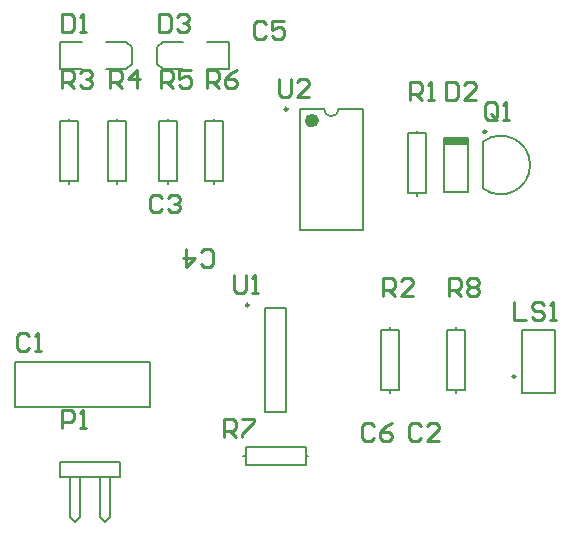
<source format=gto>
%FSLAX25Y25*%
%MOIN*%
G70*
G01*
G75*
%ADD10C,0.02500*%
%ADD11R,0.05906X0.05906*%
%ADD12O,0.08661X0.02362*%
%ADD13R,0.02362X0.01969*%
%ADD14C,0.01000*%
%ADD15C,0.05512*%
%ADD16C,0.04724*%
%ADD17O,0.07874X0.03937*%
%ADD18O,0.07874X0.03937*%
%ADD19R,0.05906X0.05906*%
%ADD20C,0.05906*%
%ADD21C,0.05000*%
%ADD22C,0.00787*%
%ADD23C,0.00984*%
%ADD24C,0.02362*%
%ADD25R,0.07874X0.03150*%
D14*
X244799Y119098D02*
X243799Y120098D01*
X241800D01*
X240800Y119098D01*
Y115100D01*
X241800Y114100D01*
X243799D01*
X244799Y115100D01*
X250797Y114100D02*
X246798D01*
X250797Y118099D01*
Y119098D01*
X249797Y120098D01*
X247798D01*
X246798Y119098D01*
X114099Y148898D02*
X113099Y149898D01*
X111100D01*
X110100Y148898D01*
Y144900D01*
X111100Y143900D01*
X113099D01*
X114099Y144900D01*
X116098Y143900D02*
X118097D01*
X117098D01*
Y149898D01*
X116098Y148898D01*
X193299Y253098D02*
X192299Y254098D01*
X190300D01*
X189300Y253098D01*
Y249100D01*
X190300Y248100D01*
X192299D01*
X193299Y249100D01*
X199297Y254098D02*
X195298D01*
Y251099D01*
X197297Y252099D01*
X198297D01*
X199297Y251099D01*
Y249100D01*
X198297Y248100D01*
X196298D01*
X195298Y249100D01*
X229299Y119098D02*
X228299Y120098D01*
X226300D01*
X225300Y119098D01*
Y115100D01*
X226300Y114100D01*
X228299D01*
X229299Y115100D01*
X235297Y120098D02*
X233297Y119098D01*
X231298Y117099D01*
Y115100D01*
X232298Y114100D01*
X234297D01*
X235297Y115100D01*
Y116099D01*
X234297Y117099D01*
X231298D01*
X158499Y195179D02*
X157499Y196179D01*
X155500D01*
X154500Y195179D01*
Y191181D01*
X155500Y190181D01*
X157499D01*
X158499Y191181D01*
X160498Y195179D02*
X161498Y196179D01*
X163497D01*
X164497Y195179D01*
Y194180D01*
X163497Y193180D01*
X162497D01*
X163497D01*
X164497Y192181D01*
Y191181D01*
X163497Y190181D01*
X161498D01*
X160498Y191181D01*
X171496Y173002D02*
X172496Y172002D01*
X174495D01*
X175495Y173002D01*
Y177000D01*
X174495Y178000D01*
X172496D01*
X171496Y177000D01*
X166498Y178000D02*
Y172002D01*
X169497Y175001D01*
X165498D01*
X253200Y233698D02*
Y227700D01*
X256199D01*
X257199Y228700D01*
Y232698D01*
X256199Y233698D01*
X253200D01*
X263197Y227700D02*
X259198D01*
X263197Y231699D01*
Y232698D01*
X262197Y233698D01*
X260198D01*
X259198Y232698D01*
X125117Y256398D02*
Y250400D01*
X128116D01*
X129116Y251400D01*
Y255398D01*
X128116Y256398D01*
X125117D01*
X131115Y250400D02*
X133115D01*
X132115D01*
Y256398D01*
X131115Y255398D01*
X157500Y256398D02*
Y250400D01*
X160499D01*
X161499Y251400D01*
Y255398D01*
X160499Y256398D01*
X157500D01*
X163498Y255398D02*
X164498Y256398D01*
X166497D01*
X167497Y255398D01*
Y254399D01*
X166497Y253399D01*
X165497D01*
X166497D01*
X167497Y252399D01*
Y251400D01*
X166497Y250400D01*
X164498D01*
X163498Y251400D01*
X275900Y160398D02*
Y154400D01*
X279899D01*
X285897Y159398D02*
X284897Y160398D01*
X282898D01*
X281898Y159398D01*
Y158399D01*
X282898Y157399D01*
X284897D01*
X285897Y156399D01*
Y155400D01*
X284897Y154400D01*
X282898D01*
X281898Y155400D01*
X287896Y154400D02*
X289896D01*
X288896D01*
Y160398D01*
X287896Y159398D01*
X270199Y222100D02*
Y226098D01*
X269199Y227098D01*
X267200D01*
X266200Y226098D01*
Y222100D01*
X267200Y221100D01*
X269199D01*
X268199Y223099D02*
X270199Y221100D01*
X269199D02*
X270199Y222100D01*
X272198Y221100D02*
X274197D01*
X273198D01*
Y227098D01*
X272198Y226098D01*
X232100Y162200D02*
Y168198D01*
X235099D01*
X236099Y167198D01*
Y165199D01*
X235099Y164199D01*
X232100D01*
X234099D02*
X236099Y162200D01*
X242097D02*
X238098D01*
X242097Y166199D01*
Y167198D01*
X241097Y168198D01*
X239098D01*
X238098Y167198D01*
X254100Y162200D02*
Y168198D01*
X257099D01*
X258099Y167198D01*
Y165199D01*
X257099Y164199D01*
X254100D01*
X256099D02*
X258099Y162200D01*
X260098Y167198D02*
X261098Y168198D01*
X263097D01*
X264097Y167198D01*
Y166199D01*
X263097Y165199D01*
X264097Y164199D01*
Y163200D01*
X263097Y162200D01*
X261098D01*
X260098Y163200D01*
Y164199D01*
X261098Y165199D01*
X260098Y166199D01*
Y167198D01*
X261098Y165199D02*
X263097D01*
X179300Y115400D02*
Y121398D01*
X182299D01*
X183299Y120398D01*
Y118399D01*
X182299Y117399D01*
X179300D01*
X181299D02*
X183299Y115400D01*
X185298Y121398D02*
X189297D01*
Y120398D01*
X185298Y116400D01*
Y115400D01*
X141150Y231701D02*
Y237699D01*
X144149D01*
X145149Y236700D01*
Y234700D01*
X144149Y233700D01*
X141150D01*
X143149D02*
X145149Y231701D01*
X150147D02*
Y237699D01*
X147148Y234700D01*
X151147D01*
X125100Y231751D02*
Y237749D01*
X128099D01*
X129099Y236750D01*
Y234750D01*
X128099Y233751D01*
X125100D01*
X127099D02*
X129099Y231751D01*
X131098Y236750D02*
X132098Y237749D01*
X134097D01*
X135097Y236750D01*
Y235750D01*
X134097Y234750D01*
X133097D01*
X134097D01*
X135097Y233751D01*
Y232751D01*
X134097Y231751D01*
X132098D01*
X131098Y232751D01*
X158100Y231751D02*
Y237749D01*
X161099D01*
X162099Y236750D01*
Y234750D01*
X161099Y233751D01*
X158100D01*
X160099D02*
X162099Y231751D01*
X168097Y237749D02*
X164098D01*
Y234750D01*
X166097Y235750D01*
X167097D01*
X168097Y234750D01*
Y232751D01*
X167097Y231751D01*
X165098D01*
X164098Y232751D01*
X173600Y231751D02*
Y237749D01*
X176599D01*
X177599Y236750D01*
Y234750D01*
X176599Y233751D01*
X173600D01*
X175599D02*
X177599Y231751D01*
X183597Y237749D02*
X181597Y236750D01*
X179598Y234750D01*
Y232751D01*
X180598Y231751D01*
X182597D01*
X183597Y232751D01*
Y233751D01*
X182597Y234750D01*
X179598D01*
X241100Y227751D02*
Y233749D01*
X244099D01*
X245099Y232750D01*
Y230750D01*
X244099Y229750D01*
X241100D01*
X243099D02*
X245099Y227751D01*
X247098D02*
X249097D01*
X248098D01*
Y233749D01*
X247098Y232750D01*
X182500Y169298D02*
Y164300D01*
X183500Y163300D01*
X185499D01*
X186499Y164300D01*
Y169298D01*
X188498Y163300D02*
X190497D01*
X189498D01*
Y169298D01*
X188498Y168298D01*
X197600Y234598D02*
Y229600D01*
X198600Y228600D01*
X200599D01*
X201599Y229600D01*
Y234598D01*
X207597Y228600D02*
X203598D01*
X207597Y232599D01*
Y233598D01*
X206597Y234598D01*
X204598D01*
X203598Y233598D01*
X125150Y118350D02*
Y124348D01*
X128149D01*
X129149Y123348D01*
Y121349D01*
X128149Y120349D01*
X125150D01*
X131148Y118350D02*
X133147D01*
X132148D01*
Y124348D01*
X131148Y123348D01*
D22*
X265595Y198205D02*
G03*
X265595Y213795I5906J7795D01*
G01*
X212500Y224776D02*
G03*
X217500Y224776I2500J0D01*
G01*
X173437Y247028D02*
X180917D01*
X173437Y237972D02*
X180917D01*
Y247028D01*
X156902Y239547D02*
Y245453D01*
X158870Y247028D02*
X165563D01*
X156902Y239547D02*
X158870Y237972D01*
X156902Y245453D02*
X158870Y247028D01*
Y237972D02*
X165563D01*
X124500D02*
X131980D01*
X124500Y247028D02*
X131980D01*
X124500Y237972D02*
Y247028D01*
X148516Y239547D02*
Y245453D01*
X139854Y237972D02*
X146547D01*
Y247028D02*
X148516Y245453D01*
X146547Y237972D02*
X148516Y239547D01*
X139854Y247028D02*
X146547D01*
X243500Y216551D02*
Y217451D01*
Y195651D02*
Y196551D01*
Y216551D02*
X246500D01*
Y196551D02*
Y216551D01*
X240500Y196551D02*
X246500D01*
X240500D02*
Y216551D01*
X243500D01*
X176000Y220551D02*
Y221451D01*
Y199651D02*
Y200551D01*
Y220551D02*
X179000D01*
Y200551D02*
Y220551D01*
X173000Y200551D02*
X179000D01*
X173000D02*
Y220551D01*
X176000D01*
X160500Y199651D02*
Y200551D01*
Y220551D02*
Y221451D01*
X157500Y200551D02*
X160500D01*
X157500D02*
Y220551D01*
X163500D01*
Y200551D02*
Y220551D01*
X160500Y200551D02*
X163500D01*
X127500Y199651D02*
Y200551D01*
Y220551D02*
Y221451D01*
X124500Y200551D02*
X127500D01*
X124500D02*
Y220551D01*
X130500D01*
Y200551D02*
Y220551D01*
X127500Y200551D02*
X130500D01*
X143500Y220551D02*
Y221451D01*
Y199651D02*
Y200551D01*
Y220551D02*
X146500D01*
Y200551D02*
Y220551D01*
X140500Y200551D02*
X146500D01*
X140500D02*
Y220551D01*
X143500D01*
X109500Y125500D02*
X154500D01*
Y140500D01*
X109500D02*
X154500D01*
X109500Y125500D02*
Y140500D01*
X185600Y109000D02*
X186500D01*
X206500D02*
X207400D01*
X186500D02*
Y112000D01*
X206500D01*
Y106000D02*
Y112000D01*
X186500Y106000D02*
X206500D01*
X186500D02*
Y109000D01*
X256500Y151000D02*
Y151900D01*
Y130100D02*
Y131000D01*
Y151000D02*
X259500D01*
Y131000D02*
Y151000D01*
X253500Y131000D02*
X259500D01*
X253500D02*
Y151000D01*
X256500D01*
X265595Y198205D02*
Y213795D01*
X252563Y196945D02*
X260437D01*
X252563D02*
Y215055D01*
X260437Y196945D02*
Y215055D01*
X204567Y184224D02*
X225433D01*
X217500Y224776D02*
X225433D01*
X204567D02*
X212500D01*
X225433Y184224D02*
Y224776D01*
X204567Y184224D02*
Y224776D01*
X278488Y129988D02*
X289512D01*
X278488Y151012D02*
X289512D01*
X278488Y129988D02*
Y151012D01*
X289512Y129988D02*
Y151012D01*
X234500Y130100D02*
Y131000D01*
Y151000D02*
Y151900D01*
X231500Y131000D02*
X234500D01*
X231500D02*
Y151000D01*
X237500D01*
Y131000D02*
Y151000D01*
X234500Y131000D02*
X237500D01*
X192957Y123677D02*
X200043D01*
X192957Y158323D02*
X200043D01*
Y123677D02*
Y158323D01*
X192957Y123677D02*
Y158323D01*
X124500Y102000D02*
X144500D01*
Y107000D01*
X124500Y102000D02*
Y107000D01*
X144500D01*
X127833Y88667D02*
Y102000D01*
Y88667D02*
X129500Y87000D01*
X131167Y88667D01*
X131167Y88667D02*
Y102000D01*
X137833Y88667D02*
Y102000D01*
Y88667D02*
X139500Y87000D01*
X141167Y88667D01*
Y102000D01*
D23*
X266677Y217142D02*
G03*
X266677Y217142I-492J0D01*
G01*
X200492Y224618D02*
G03*
X200492Y224618I-492J0D01*
G01*
X276421Y135500D02*
G03*
X276421Y135500I-492J0D01*
G01*
X187543Y159346D02*
G03*
X187543Y159346I-492J0D01*
G01*
D24*
X209685Y220839D02*
G03*
X209685Y220839I-1181J0D01*
G01*
D25*
X256500Y213874D02*
D03*
M02*

</source>
